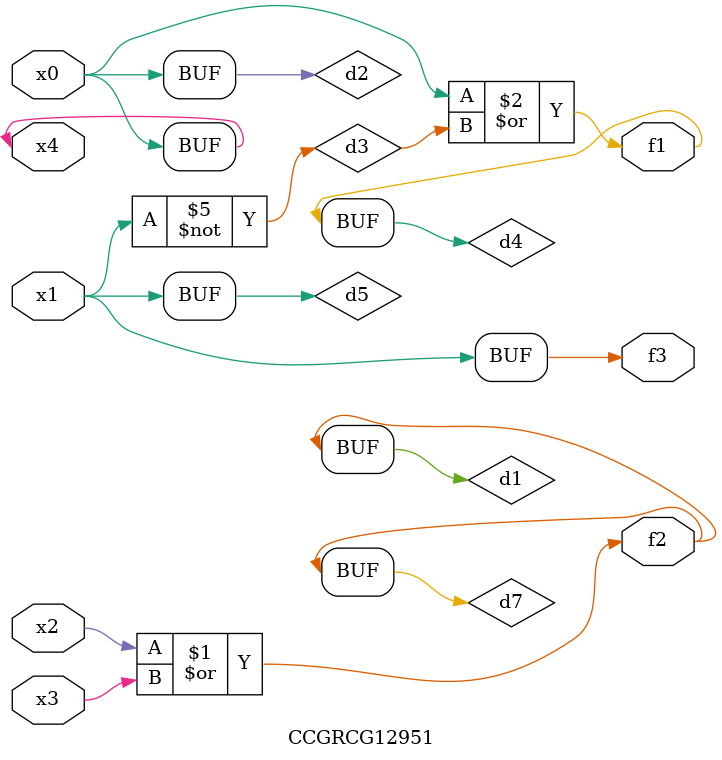
<source format=v>
module CCGRCG12951(
	input x0, x1, x2, x3, x4,
	output f1, f2, f3
);

	wire d1, d2, d3, d4, d5, d6, d7;

	or (d1, x2, x3);
	buf (d2, x0, x4);
	not (d3, x1);
	or (d4, d2, d3);
	not (d5, d3);
	nand (d6, d1, d3);
	or (d7, d1);
	assign f1 = d4;
	assign f2 = d7;
	assign f3 = d5;
endmodule

</source>
